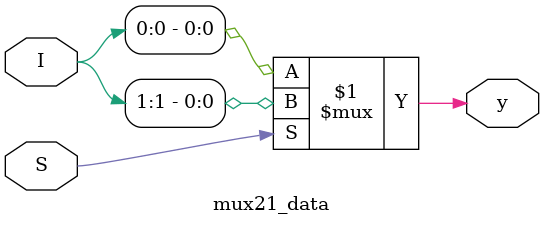
<source format=v>
module mux21_data(input [1:0] I, input S, output y);
assign y= S ? I[1] : I[0];	// if S=1 then out=I[1] else out=I[0]
endmodule
</source>
